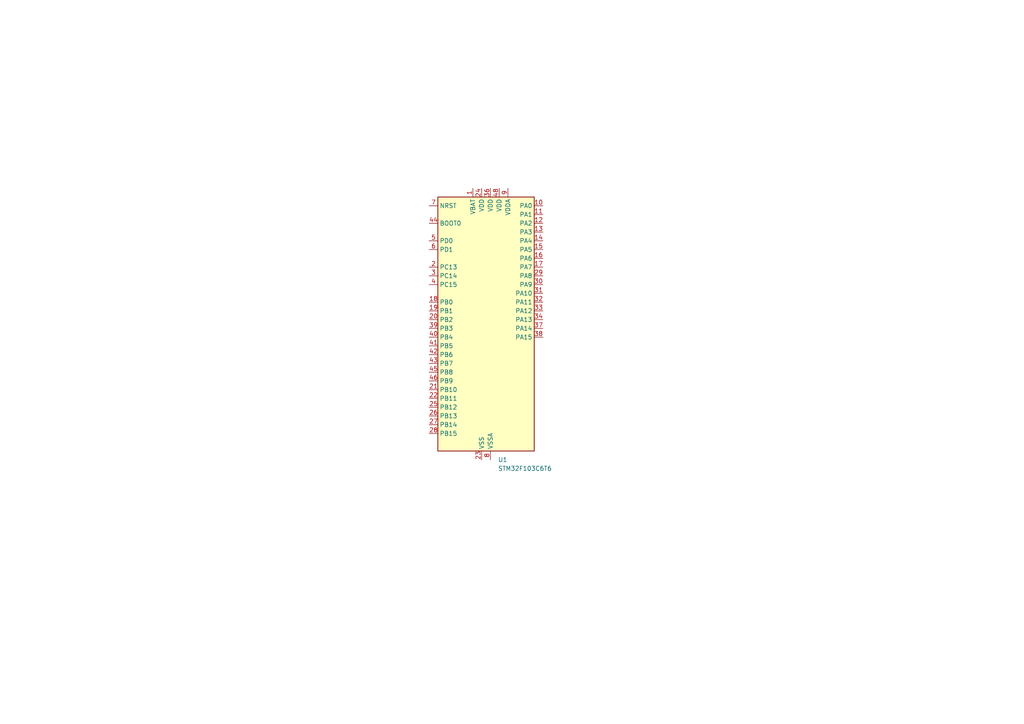
<source format=kicad_sch>
(kicad_sch (version 20231120) (generator "eeschema") (generator_version "8.0")
  (paper "A4")
  (lib_symbols
    (symbol "MCU_ST_STM32F1:STM32F103C6Tx"
      (property "Reference" "U" (at -12.7 39.37 0))
      (property "Value" "STM32F103C6Tx" (at 10.16 39.37 0))
      (symbol "STM32F103C6Tx_0_1"
        (rectangle (start -12.7 -35.56) (end 15.24 38.1) (stroke (width 0.254)) (fill (type background)))
      )
      (symbol "STM32F103C6Tx_1_1"
        (pin power_in line (at -2.54 40.64 270) (length 2.54) (name "VBAT") (number "1"))
        (pin bidirectional line (at 17.78 35.56 180) (length 2.54) (name "PA0") (number "10"))
        (pin bidirectional line (at 17.78 33.02 180) (length 2.54) (name "PA1") (number "11"))
        (pin bidirectional line (at 17.78 30.48 180) (length 2.54) (name "PA2") (number "12"))
        (pin bidirectional line (at 17.78 27.94 180) (length 2.54) (name "PA3") (number "13"))
        (pin bidirectional line (at 17.78 25.4 180) (length 2.54) (name "PA4") (number "14"))
        (pin bidirectional line (at 17.78 22.86 180) (length 2.54) (name "PA5") (number "15"))
        (pin bidirectional line (at 17.78 20.32 180) (length 2.54) (name "PA6") (number "16"))
        (pin bidirectional line (at 17.78 17.78 180) (length 2.54) (name "PA7") (number "17"))
        (pin bidirectional line (at -15.24 7.62 0) (length 2.54) (name "PB0") (number "18"))
        (pin bidirectional line (at -15.24 5.08 0) (length 2.54) (name "PB1") (number "19"))
        (pin bidirectional line (at -15.24 17.78 0) (length 2.54) (name "PC13") (number "2"))
        (pin bidirectional line (at -15.24 2.54 0) (length 2.54) (name "PB2") (number "20"))
        (pin bidirectional line (at -15.24 -17.78 0) (length 2.54) (name "PB10") (number "21"))
        (pin bidirectional line (at -15.24 -20.32 0) (length 2.54) (name "PB11") (number "22"))
        (pin power_in line (at 0 -38.1 90) (length 2.54) (name "VSS") (number "23"))
        (pin power_in line (at 0 40.64 270) (length 2.54) (name "VDD") (number "24"))
        (pin bidirectional line (at -15.24 -22.86 0) (length 2.54) (name "PB12") (number "25"))
        (pin bidirectional line (at -15.24 -25.4 0) (length 2.54) (name "PB13") (number "26"))
        (pin bidirectional line (at -15.24 -27.94 0) (length 2.54) (name "PB14") (number "27"))
        (pin bidirectional line (at -15.24 -30.48 0) (length 2.54) (name "PB15") (number "28"))
        (pin bidirectional line (at 17.78 15.24 180) (length 2.54) (name "PA8") (number "29"))
        (pin bidirectional line (at -15.24 15.24 0) (length 2.54) (name "PC14") (number "3"))
        (pin bidirectional line (at 17.78 12.7 180) (length 2.54) (name "PA9") (number "30"))
        (pin bidirectional line (at 17.78 10.16 180) (length 2.54) (name "PA10") (number "31"))
        (pin bidirectional line (at 17.78 7.62 180) (length 2.54) (name "PA11") (number "32"))
        (pin bidirectional line (at 17.78 5.08 180) (length 2.54) (name "PA12") (number "33"))
        (pin bidirectional line (at 17.78 2.54 180) (length 2.54) (name "PA13") (number "34"))
        (pin passive line (at 0 -38.1 90) (length 2.54) hide (name "VSS") (number "35"))
        (pin power_in line (at 2.54 40.64 270) (length 2.54) (name "VDD") (number "36"))
        (pin bidirectional line (at 17.78 0 180) (length 2.54) (name "PA14") (number "37"))
        (pin bidirectional line (at 17.78 -2.54 180) (length 2.54) (name "PA15") (number "38"))
        (pin bidirectional line (at -15.24 0 0) (length 2.54) (name "PB3") (number "39"))
        (pin bidirectional line (at -15.24 12.7 0) (length 2.54) (name "PC15") (number "4"))
        (pin bidirectional line (at -15.24 -2.54 0) (length 2.54) (name "PB4") (number "40"))
        (pin bidirectional line (at -15.24 -5.08 0) (length 2.54) (name "PB5") (number "41"))
        (pin bidirectional line (at -15.24 -7.62 0) (length 2.54) (name "PB6") (number "42"))
        (pin bidirectional line (at -15.24 -10.16 0) (length 2.54) (name "PB7") (number "43"))
        (pin input line (at -15.24 30.48 0) (length 2.54) (name "BOOT0") (number "44"))
        (pin bidirectional line (at -15.24 -12.7 0) (length 2.54) (name "PB8") (number "45"))
        (pin bidirectional line (at -15.24 -15.24 0) (length 2.54) (name "PB9") (number "46"))
        (pin passive line (at 0 -38.1 90) (length 2.54) hide (name "VSS") (number "47"))
        (pin power_in line (at 5.08 40.64 270) (length 2.54) (name "VDD") (number "48"))
        (pin bidirectional line (at -15.24 25.4 0) (length 2.54) (name "PD0") (number "5"))
        (pin bidirectional line (at -15.24 22.86 0) (length 2.54) (name "PD1") (number "6"))
        (pin input line (at -15.24 35.56 0) (length 2.54) (name "NRST") (number "7"))
        (pin power_in line (at 2.54 -38.1 90) (length 2.54) (name "VSSA") (number "8"))
        (pin power_in line (at 7.62 40.64 270) (length 2.54) (name "VDDA") (number "9"))
      )
    )
  )
  (symbol (lib_id "MCU_ST_STM32F1:STM32F103C6Tx") (at 139.7 95.25 0) (unit 1)
    (property "Reference" "U1" (at 144.4341 133.35 0) (effects (justify left)))
    (property "Value" "STM32F103C6T6" (at 144.4341 135.89 0) (effects (justify left)))
    (property "Footprint" "Package_QFP:LQFP-48_7x7mm_P0.5mm" (effects (hide yes)))
    (property "Datasheet" "https://www.st.com/resource/en/datasheet/stm32f103c6.pdf" (effects (hide yes)))
    (property "Description" "STMicroelectronics Arm Cortex-M3 MCU, 32KB flash, 10KB RAM, 72 MHz, 2.0-3.6V, 37 GPIO, LQFP48" (effects (hide yes)))
  )
)
</source>
